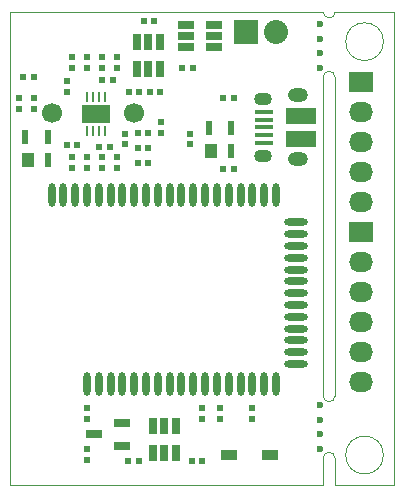
<source format=gts>
G04 #@! TF.FileFunction,Soldermask,Top*
%FSLAX46Y46*%
G04 Gerber Fmt 4.6, Leading zero omitted, Abs format (unit mm)*
G04 Created by KiCad (PCBNEW 4.0.2-stable) date 05/06/2016 01:14:18*
%MOMM*%
G01*
G04 APERTURE LIST*
%ADD10C,0.100000*%
%ADD11R,0.260000X0.900000*%
%ADD12R,2.450000X1.575000*%
%ADD13C,1.700000*%
%ADD14O,2.000000X0.600000*%
%ADD15O,0.600000X2.000000*%
%ADD16C,0.600000*%
%ADD17R,1.650000X0.400000*%
%ADD18O,1.500000X1.100000*%
%ADD19O,1.700000X1.200000*%
%ADD20R,2.500000X1.425000*%
%ADD21R,2.032000X1.727200*%
%ADD22O,2.032000X1.727200*%
%ADD23R,0.510000X0.580000*%
%ADD24R,0.580000X0.510000*%
%ADD25R,1.320000X0.640000*%
%ADD26R,1.030000X1.250000*%
%ADD27R,0.610000X1.250000*%
%ADD28R,0.640000X1.320000*%
%ADD29R,2.032000X2.032000*%
%ADD30O,2.032000X2.032000*%
%ADD31R,1.470000X0.890000*%
G04 APERTURE END LIST*
D10*
X137000000Y-50500000D02*
G75*
G03X137500000Y-50000000I0J500000D01*
G01*
X136500000Y-50000000D02*
G75*
G03X137000000Y-50500000I500000J0D01*
G01*
X136500000Y-57750000D02*
X136500000Y-55500000D01*
X137500000Y-55500000D02*
X137500000Y-57750000D01*
X137500000Y-55500000D02*
G75*
G03X137000000Y-55000000I-500000J0D01*
G01*
X137000000Y-55000000D02*
G75*
G03X136500000Y-55500000I0J-500000D01*
G01*
X137500000Y-65750000D02*
X137500000Y-70500000D01*
X136500000Y-58500000D02*
X136500000Y-63250000D01*
X136500000Y-75500000D02*
X136500000Y-70750000D01*
X137500000Y-70750000D02*
X137500000Y-75500000D01*
X136500000Y-87750000D02*
X136500000Y-90000000D01*
X137500000Y-90000000D02*
X137500000Y-87750000D01*
X137500000Y-57750000D02*
X137500000Y-65750000D01*
X137500000Y-70500000D02*
X137500000Y-70750000D01*
X136500000Y-63500000D02*
X136500000Y-70750000D01*
X136500000Y-63500000D02*
X136500000Y-63250000D01*
X141600000Y-87500000D02*
G75*
G03X141600000Y-87500000I-1600000J0D01*
G01*
X141600000Y-52500000D02*
G75*
G03X141600000Y-52500000I-1600000J0D01*
G01*
X136500000Y-58500000D02*
X136500000Y-57750000D01*
X142500000Y-90000000D02*
X140000000Y-90000000D01*
X142500000Y-50000000D02*
X139000000Y-50000000D01*
X142500000Y-90000000D02*
X142500000Y-50000000D01*
X139000000Y-50000000D02*
X137500000Y-50000000D01*
X136500000Y-50000000D02*
X110000000Y-50000000D01*
X136500000Y-82500000D02*
X136500000Y-75500000D01*
X137500000Y-75500000D02*
X137500000Y-82500000D01*
X137000000Y-83000000D02*
G75*
G03X137500000Y-82500000I0J500000D01*
G01*
X136500000Y-82500000D02*
G75*
G03X137000000Y-83000000I500000J0D01*
G01*
X137500000Y-87750000D02*
G75*
G03X137000000Y-87250000I-500000J0D01*
G01*
X137000000Y-87250000D02*
G75*
G03X136500000Y-87750000I0J-500000D01*
G01*
X137500000Y-90000000D02*
X139000000Y-90000000D01*
X136500000Y-90000000D02*
X110000000Y-90000000D01*
X140000000Y-90000000D02*
X139000000Y-90000000D01*
X110000000Y-50000000D02*
X110000000Y-90000000D01*
D11*
X118000000Y-57165000D03*
X117500000Y-57165000D03*
X117000000Y-57165000D03*
X116500000Y-57165000D03*
X116500000Y-60035000D03*
X117000000Y-60035000D03*
X117500000Y-60035000D03*
X118000000Y-60035000D03*
D12*
X117250000Y-58600000D03*
D13*
X113500000Y-58500000D03*
X120500000Y-58500000D03*
D14*
X134200000Y-73800000D03*
D15*
X116500000Y-81500000D03*
X117500000Y-81500000D03*
X118500000Y-81500000D03*
X119500000Y-81500000D03*
X120500000Y-81500000D03*
X121500000Y-81500000D03*
X122500000Y-81500000D03*
X123500000Y-81500000D03*
X124500000Y-81500000D03*
X125500000Y-81500000D03*
X126500000Y-81500000D03*
X127500000Y-81500000D03*
X128500000Y-81500000D03*
X129500000Y-81500000D03*
X130500000Y-81500000D03*
X131500000Y-81500000D03*
X132500000Y-81500000D03*
D14*
X134200000Y-79800000D03*
X134200000Y-78800000D03*
X134200000Y-77800000D03*
X134200000Y-76800000D03*
X134200000Y-75800000D03*
X134200000Y-74800000D03*
X134200000Y-72800000D03*
X134200000Y-71800000D03*
X134200000Y-70800000D03*
X134200000Y-69800000D03*
X134200000Y-68800000D03*
X134200000Y-67800000D03*
D15*
X132500000Y-65500000D03*
X131500000Y-65500000D03*
X130500000Y-65500000D03*
X129500000Y-65500000D03*
X128500000Y-65500000D03*
X127500000Y-65500000D03*
X126500000Y-65500000D03*
X125500000Y-65500000D03*
X124500000Y-65500000D03*
X123500000Y-65500000D03*
X122500000Y-65500000D03*
X121500000Y-65500000D03*
X120500000Y-65500000D03*
X119500000Y-65500000D03*
X118500000Y-65500000D03*
X117500000Y-65500000D03*
X116500000Y-65500000D03*
X115500000Y-65500000D03*
X114500000Y-65500000D03*
X113500000Y-65500000D03*
D16*
X136250000Y-53500000D03*
X136250000Y-54750000D03*
X136250000Y-52250000D03*
X136250000Y-51000000D03*
X136250000Y-85750000D03*
X136250000Y-87000000D03*
X136250000Y-84500000D03*
X136250000Y-83250000D03*
D17*
X131500000Y-61050000D03*
X131500000Y-60400000D03*
X131500000Y-59750900D03*
X131500000Y-59100000D03*
X131500000Y-58450000D03*
D18*
X131375000Y-62175000D03*
X131375000Y-57325000D03*
D19*
X134375000Y-62475000D03*
X134375000Y-57025000D03*
D20*
X134625000Y-60712500D03*
X134625000Y-58787500D03*
D21*
X139700000Y-68580000D03*
D22*
X139700000Y-71120000D03*
X139700000Y-73660000D03*
X139700000Y-76200000D03*
X139700000Y-78740000D03*
X139700000Y-81280000D03*
D23*
X122195000Y-50750000D03*
X121305000Y-50750000D03*
D24*
X127750000Y-83555000D03*
X127750000Y-84445000D03*
X116500000Y-83555000D03*
X116500000Y-84445000D03*
X116500000Y-87890000D03*
X116500000Y-87000000D03*
X115250000Y-54695000D03*
X115250000Y-53805000D03*
X130500000Y-83555000D03*
X130500000Y-84445000D03*
X126250000Y-83555000D03*
X126250000Y-84445000D03*
X115250000Y-62305000D03*
X115250000Y-63195000D03*
D23*
X120805000Y-62750000D03*
X121695000Y-62750000D03*
X112000000Y-55500000D03*
X111110000Y-55500000D03*
D24*
X116500000Y-54695000D03*
X116500000Y-53805000D03*
X116500000Y-62305000D03*
X116500000Y-63195000D03*
X117750000Y-62305000D03*
X117750000Y-63195000D03*
X119000000Y-54695000D03*
X119000000Y-53805000D03*
X119000000Y-62305000D03*
X119000000Y-63195000D03*
X117750000Y-54695000D03*
X117750000Y-53805000D03*
D25*
X124900000Y-51050000D03*
X124900000Y-52000000D03*
X124900000Y-52950000D03*
X127250000Y-52950000D03*
X127250000Y-52000000D03*
X127250000Y-51050000D03*
D26*
X111500000Y-62500000D03*
D27*
X113190000Y-62500000D03*
X113190000Y-60550000D03*
X111290000Y-60550000D03*
D28*
X122650000Y-52500000D03*
X121700000Y-52500000D03*
X120750000Y-52500000D03*
X120750000Y-54850000D03*
X121700000Y-54850000D03*
X122650000Y-54850000D03*
D26*
X127010000Y-61725000D03*
D27*
X128700000Y-61725000D03*
X128700000Y-59775000D03*
X126800000Y-59775000D03*
D25*
X119425000Y-86700000D03*
X119425000Y-84800000D03*
X117075000Y-85750000D03*
D23*
X121805000Y-56750000D03*
X122695000Y-56750000D03*
X118445000Y-61400000D03*
X117555000Y-61400000D03*
X118695000Y-55750000D03*
X117805000Y-55750000D03*
D24*
X119750000Y-61195000D03*
X119750000Y-60305000D03*
X114800000Y-56745000D03*
X114800000Y-55855000D03*
D29*
X130000000Y-51700000D03*
D30*
X132540000Y-51700000D03*
D28*
X122100000Y-87350000D03*
X123050000Y-87350000D03*
X124000000Y-87350000D03*
X124000000Y-85000000D03*
X123050000Y-85000000D03*
X122100000Y-85000000D03*
D21*
X139700000Y-55880000D03*
D22*
X139700000Y-58420000D03*
X139700000Y-60960000D03*
X139700000Y-63500000D03*
X139700000Y-66040000D03*
X139700000Y-68580000D03*
D24*
X122750000Y-60195000D03*
X122750000Y-59305000D03*
D23*
X128945000Y-57250000D03*
X128055000Y-57250000D03*
X128945000Y-63250000D03*
X128055000Y-63250000D03*
D31*
X128500000Y-87500000D03*
X132000000Y-87500000D03*
D23*
X120805000Y-61500000D03*
X121695000Y-61500000D03*
D24*
X110750000Y-58195000D03*
X110750000Y-57305000D03*
X125250000Y-60305000D03*
X125250000Y-61195000D03*
D23*
X126250000Y-88000000D03*
X125360000Y-88000000D03*
X125445000Y-54750000D03*
X124555000Y-54750000D03*
X120890000Y-88000000D03*
X120000000Y-88000000D03*
X120055000Y-56750000D03*
X120945000Y-56750000D03*
X120805000Y-60250000D03*
X121695000Y-60250000D03*
X115695000Y-61250000D03*
X114805000Y-61250000D03*
D24*
X112000000Y-58190000D03*
X112000000Y-57300000D03*
M02*

</source>
